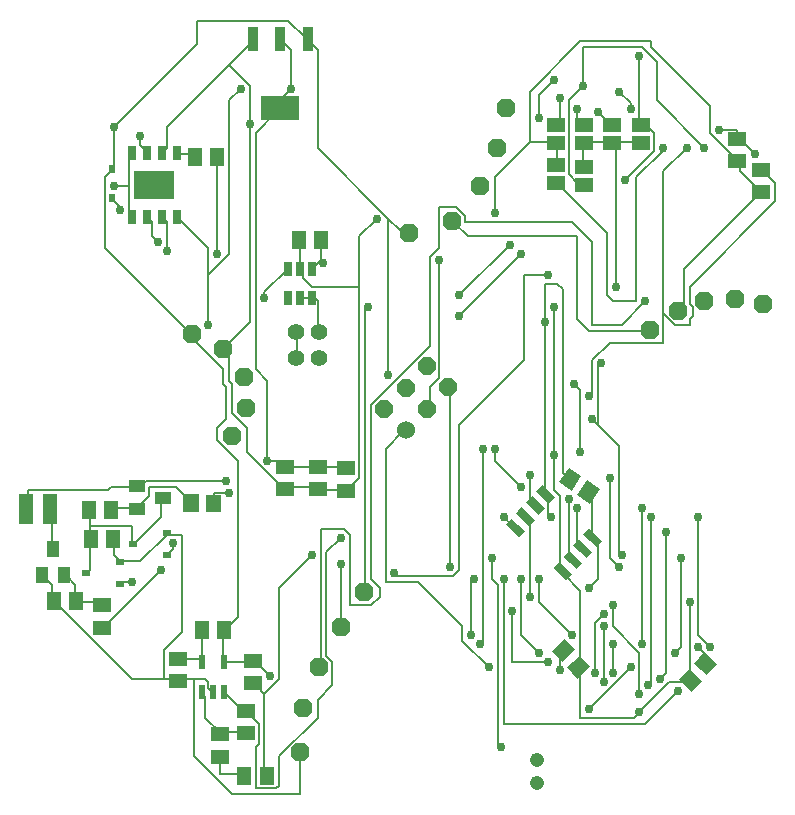
<source format=gbr>
G04 EAGLE Gerber RS-274X export*
G75*
%MOMM*%
%FSLAX34Y34*%
%LPD*%
%INBottom Copper*%
%IPPOS*%
%AMOC8*
5,1,8,0,0,1.08239X$1,22.5*%
G01*
%ADD10R,1.500000X1.300000*%
%ADD11R,1.300000X1.500000*%
%ADD12R,0.600000X0.800000*%
%ADD13R,0.700000X1.300000*%
%ADD14R,3.400000X2.400000*%
%ADD15R,1.525000X0.700000*%
%ADD16R,1.000000X1.400000*%
%ADD17R,1.300000X1.600000*%
%ADD18R,0.635000X1.270000*%
%ADD19R,0.950000X2.150000*%
%ADD20R,3.250000X2.150000*%
%ADD21R,0.700000X0.500000*%
%ADD22R,1.400000X1.000000*%
%ADD23C,1.524000*%
%ADD24P,1.649562X8X67.900000*%
%ADD25R,1.600200X1.168400*%
%ADD26R,1.270000X2.540000*%
%ADD27P,1.732040X8X22.500000*%
%ADD28R,0.550000X1.200000*%
%ADD29C,1.208000*%
%ADD30C,1.408000*%
%ADD31C,0.203200*%
%ADD32C,0.756400*%


D10*
X-115320Y-60220D03*
X-115320Y-79220D03*
D11*
G36*
X119515Y-225522D02*
X110901Y-215786D01*
X122135Y-205848D01*
X130749Y-215584D01*
X119515Y-225522D01*
G37*
G36*
X132105Y-239752D02*
X123491Y-230016D01*
X134725Y-220078D01*
X143339Y-229814D01*
X132105Y-239752D01*
G37*
D10*
X-87560Y-60160D03*
X-87560Y-79160D03*
D12*
X-261260Y192140D03*
X-261260Y167140D03*
D13*
X-232230Y150940D03*
X-244930Y150940D03*
X-219530Y150940D03*
X-206830Y150940D03*
X-232230Y205940D03*
X-244930Y205940D03*
X-219530Y205940D03*
X-206830Y205940D03*
D14*
X-225880Y178440D03*
D15*
G36*
X142296Y-112292D02*
X153575Y-122555D01*
X148864Y-127732D01*
X137585Y-117469D01*
X142296Y-112292D01*
G37*
G36*
X133748Y-121685D02*
X145027Y-131948D01*
X140316Y-137125D01*
X129037Y-126862D01*
X133748Y-121685D01*
G37*
G36*
X125201Y-131079D02*
X136480Y-141342D01*
X131769Y-146519D01*
X120490Y-136256D01*
X125201Y-131079D01*
G37*
G36*
X116654Y-140472D02*
X127933Y-150735D01*
X123222Y-155912D01*
X111943Y-145649D01*
X116654Y-140472D01*
G37*
G36*
X76536Y-103968D02*
X87815Y-114231D01*
X83104Y-119408D01*
X71825Y-109145D01*
X76536Y-103968D01*
G37*
G36*
X85084Y-94575D02*
X96363Y-104838D01*
X91652Y-110015D01*
X80373Y-99752D01*
X85084Y-94575D01*
G37*
G36*
X93631Y-85181D02*
X104910Y-95444D01*
X100199Y-100621D01*
X88920Y-90358D01*
X93631Y-85181D01*
G37*
G36*
X102178Y-75788D02*
X113457Y-86051D01*
X108746Y-91228D01*
X97467Y-80965D01*
X102178Y-75788D01*
G37*
D16*
X-311640Y-130080D03*
X-321140Y-152080D03*
X-302140Y-152080D03*
D17*
X-191400Y202100D03*
X-172400Y202100D03*
X-84200Y131580D03*
X-103200Y131580D03*
D11*
X-291720Y-173740D03*
X-310720Y-173740D03*
D10*
X-270180Y-196280D03*
X-270180Y-177280D03*
D11*
G36*
X238389Y-241131D02*
X229843Y-250927D01*
X218541Y-241067D01*
X227087Y-231271D01*
X238389Y-241131D01*
G37*
G36*
X250879Y-226813D02*
X242333Y-236609D01*
X231031Y-226749D01*
X239577Y-216953D01*
X250879Y-226813D01*
G37*
G36*
X127510Y-80678D02*
X116746Y-73390D01*
X125156Y-60970D01*
X135920Y-68258D01*
X127510Y-80678D01*
G37*
G36*
X143244Y-91330D02*
X132480Y-84042D01*
X140890Y-71622D01*
X151654Y-78910D01*
X143244Y-91330D01*
G37*
D18*
X-112360Y107700D03*
X-102360Y107700D03*
X-92360Y107700D03*
X-92360Y82700D03*
X-102360Y82700D03*
X-112360Y82700D03*
D19*
X-141980Y301740D03*
X-118980Y301740D03*
X-95980Y301740D03*
D20*
X-118980Y243740D03*
D21*
X-283320Y-150060D03*
X-254770Y-140560D03*
X-254770Y-159560D03*
X-243480Y-125280D03*
X-214930Y-115780D03*
X-214930Y-134780D03*
D22*
X-218700Y-86280D03*
X-240700Y-76780D03*
X-240700Y-95780D03*
D11*
X-262400Y-96780D03*
X-281400Y-96780D03*
G36*
X-182142Y-83632D02*
X-169143Y-83768D01*
X-169300Y-98766D01*
X-182299Y-98630D01*
X-182142Y-83632D01*
G37*
G36*
X-201141Y-83434D02*
X-188142Y-83570D01*
X-188299Y-98568D01*
X-201298Y-98432D01*
X-201141Y-83434D01*
G37*
D10*
X-63120Y-61220D03*
X-63120Y-80220D03*
D11*
X-279580Y-120880D03*
X-260580Y-120880D03*
D23*
X-12792Y-29003D03*
D24*
X5043Y-10917D03*
X22877Y7168D03*
X-30877Y-11168D03*
X-13043Y6917D03*
X4792Y25003D03*
D25*
X114000Y195620D03*
X114000Y180380D03*
X114000Y214380D03*
X114000Y229620D03*
X162000Y214380D03*
X162000Y229620D03*
X138000Y214380D03*
X138000Y229620D03*
X186000Y214380D03*
X186000Y229620D03*
X138000Y193620D03*
X138000Y178380D03*
D10*
X268000Y217500D03*
X268000Y198500D03*
X288000Y191500D03*
X288000Y172500D03*
D26*
X-334000Y-96000D03*
X-314000Y-96000D03*
D27*
X72000Y244000D03*
X64000Y210000D03*
X50000Y178000D03*
X-150000Y16000D03*
X-148000Y-10000D03*
X-160000Y-34000D03*
X-48000Y-166000D03*
X-68000Y-196000D03*
X-86000Y-230000D03*
X240000Y80000D03*
X266000Y82000D03*
X290000Y78000D03*
X-10000Y138000D03*
X-194000Y52000D03*
X-100000Y-264000D03*
X218000Y72000D03*
X26000Y148000D03*
X-168000Y40000D03*
X-102000Y-302000D03*
X194000Y56000D03*
D28*
X-166500Y-251001D03*
X-176000Y-251001D03*
X-185500Y-251001D03*
X-185500Y-224999D03*
X-166500Y-224999D03*
D29*
X98000Y-327500D03*
X98000Y-308500D03*
D11*
X-149500Y-322000D03*
X-130500Y-322000D03*
D10*
X-206000Y-222500D03*
X-206000Y-241500D03*
X-142000Y-224500D03*
X-142000Y-243500D03*
X-170000Y-305500D03*
X-170000Y-286500D03*
D11*
X-185500Y-198000D03*
X-166500Y-198000D03*
D10*
X-148000Y-285500D03*
X-148000Y-266500D03*
D30*
X-86000Y54000D03*
X-106000Y54000D03*
X-106000Y32000D03*
X-86000Y32000D03*
D31*
X112500Y-50000D02*
X112500Y-80000D01*
X117500Y-85000D01*
X117500Y-147500D01*
X119938Y-148192D01*
X135000Y-165000D02*
X135000Y-227500D01*
X135000Y-165000D02*
X120000Y-150000D01*
X135000Y-227500D02*
X133415Y-229915D01*
X120000Y-150000D02*
X119938Y-148192D01*
X210000Y-242500D02*
X227500Y-242500D01*
X185000Y-267500D02*
X180000Y-272500D01*
X185000Y-267500D02*
X210000Y-242500D01*
X180000Y-272500D02*
X135000Y-272500D01*
X135000Y-230000D01*
X227500Y-242500D02*
X228465Y-241099D01*
X135000Y-230000D02*
X133415Y-229915D01*
X227500Y-240000D02*
X227500Y-175000D01*
X227500Y-240000D02*
X228465Y-241099D01*
X40000Y135000D02*
X27500Y147500D01*
X40000Y135000D02*
X132500Y135000D01*
X132500Y65000D01*
X142500Y55000D01*
X192500Y55000D01*
X27500Y147500D02*
X26000Y148000D01*
X192500Y55000D02*
X194000Y56000D01*
X112500Y75000D02*
X112500Y-50000D01*
X-255000Y-140000D02*
X-260000Y-135000D01*
X-260000Y-122500D01*
X-255000Y-140000D02*
X-254770Y-140560D01*
X-260000Y-122500D02*
X-260580Y-120880D01*
X-237500Y-140000D02*
X-215000Y-117500D01*
X-237500Y-140000D02*
X-252500Y-140000D01*
X-215000Y-117500D02*
X-214930Y-115780D01*
X-252500Y-140000D02*
X-254770Y-140560D01*
X-312500Y-160000D02*
X-320000Y-152500D01*
X-312500Y-160000D02*
X-312500Y-172500D01*
X-320000Y-152500D02*
X-321140Y-152080D01*
X-312500Y-172500D02*
X-310720Y-173740D01*
X-180000Y-247500D02*
X-177500Y-250000D01*
X-180000Y-247500D02*
X-180000Y-242500D01*
X-182500Y-240000D01*
X-192500Y-240000D02*
X-205000Y-240000D01*
X-192500Y-240000D02*
X-182500Y-240000D01*
X-177500Y-250000D02*
X-176000Y-251001D01*
X-205000Y-240000D02*
X-206000Y-241500D01*
X-245000Y-240000D02*
X-310000Y-175000D01*
X-217500Y-240000D02*
X-207500Y-240000D01*
X-217500Y-240000D02*
X-245000Y-240000D01*
X-310000Y-175000D02*
X-310720Y-173740D01*
X-207500Y-240000D02*
X-206000Y-241500D01*
X-202500Y-117500D02*
X-212500Y-117500D01*
X-202500Y-117500D02*
X-202500Y-200000D01*
X-217500Y-215000D01*
X-217500Y-240000D01*
X-212500Y-117500D02*
X-214930Y-115780D01*
X-102500Y110000D02*
X-102500Y130000D01*
X-102500Y110000D02*
X-102360Y107700D01*
X-102500Y130000D02*
X-103200Y131580D01*
X-115000Y-77500D02*
X-90000Y-77500D01*
X-115000Y-77500D02*
X-115320Y-79220D01*
X-90000Y-77500D02*
X-87560Y-79160D01*
X-87500Y-80000D02*
X-65000Y-80000D01*
X-63120Y-80220D01*
X-87500Y-80000D02*
X-87560Y-79160D01*
X-100000Y100000D02*
X-100000Y107500D01*
X-100000Y100000D02*
X-92500Y92500D01*
X-52500Y92500D01*
X-52500Y-70000D01*
X-62500Y-80000D01*
X-100000Y107500D02*
X-102360Y107700D01*
X-62500Y-80000D02*
X-63120Y-80220D01*
X-217500Y207500D02*
X-215000Y210000D01*
X-215000Y227500D01*
X-162500Y280000D02*
X-142500Y300000D01*
X-162500Y280000D02*
X-215000Y227500D01*
X-217500Y207500D02*
X-219530Y205940D01*
X-142500Y300000D02*
X-141980Y301740D01*
X-162500Y280000D02*
X-145000Y262500D01*
X-145000Y230000D02*
X-145000Y62500D01*
X-145000Y230000D02*
X-145000Y262500D01*
X-162500Y45000D02*
X-167500Y40000D01*
X-162500Y45000D02*
X-145000Y62500D01*
X-167500Y40000D02*
X-168000Y40000D01*
X-147500Y-47500D02*
X-117500Y-77500D01*
X-147500Y-47500D02*
X-147500Y-27500D01*
X-160000Y-15000D01*
X-160000Y10000D01*
X-162500Y12500D01*
X-162500Y45000D01*
X-117500Y-77500D02*
X-115320Y-79220D01*
X-168000Y40000D02*
X-162500Y45000D01*
X-192500Y-240000D02*
X-192500Y-305000D01*
X-160000Y-337500D01*
X-102500Y-337500D01*
X-102500Y-302500D01*
X-102000Y-302000D01*
X-52500Y135000D02*
X-37500Y150000D01*
X-52500Y135000D02*
X-52500Y92500D01*
D32*
X112500Y-50000D03*
X227500Y-175000D03*
X185000Y-267500D03*
X112500Y75000D03*
X-145000Y230000D03*
X-37500Y150000D03*
D31*
X155000Y-185000D02*
X147500Y-192500D01*
X147500Y-235000D01*
D32*
X155000Y-185000D03*
X147500Y-235000D03*
D31*
X142500Y-265000D02*
X177500Y-230000D01*
X120000Y-217500D02*
X117500Y-220000D01*
X117500Y-232500D01*
X120000Y-217500D02*
X120825Y-215685D01*
D32*
X177500Y-230000D03*
X142500Y-265000D03*
X117500Y-232500D03*
D31*
X52500Y-207500D02*
X50000Y-210000D01*
X52500Y-207500D02*
X52500Y-45000D01*
D32*
X50000Y-210000D03*
X52500Y-45000D03*
D31*
X35000Y-207500D02*
X57500Y-230000D01*
X35000Y-207500D02*
X35000Y-195000D01*
X-2500Y-157500D01*
X-30000Y-157500D01*
X-30000Y-45000D01*
X-15000Y-30000D01*
X-12792Y-29003D01*
D32*
X57500Y-230000D03*
D31*
X162500Y-235000D02*
X162500Y-210000D01*
D32*
X162500Y-235000D03*
X162500Y-210000D03*
D31*
X155000Y-195000D02*
X155000Y-242500D01*
D32*
X155000Y-242500D03*
X155000Y-195000D03*
D31*
X185000Y-217500D02*
X185000Y-252500D01*
X185000Y-217500D02*
X162500Y-195000D01*
X162500Y-177500D01*
D32*
X185000Y-252500D03*
X162500Y-177500D03*
D31*
X107500Y-225000D02*
X77500Y-225000D01*
X77500Y-182500D01*
D32*
X107500Y-225000D03*
X77500Y-182500D03*
D31*
X92500Y-170000D02*
X92500Y-105000D01*
X90000Y-102500D01*
X88368Y-102295D01*
D32*
X92500Y-170000D03*
D31*
X-220000Y-147500D02*
X-270000Y-197500D01*
X-270180Y-196280D01*
D32*
X-220000Y-147500D03*
D31*
X85000Y-202500D02*
X100000Y-217500D01*
X85000Y-202500D02*
X85000Y-155000D01*
X25000Y-145000D02*
X25000Y5000D01*
X22877Y7168D01*
D32*
X100000Y-217500D03*
X85000Y-155000D03*
X25000Y-145000D03*
D31*
X70000Y-102500D02*
X77500Y-110000D01*
X79820Y-111688D01*
D32*
X70000Y-102500D03*
D31*
X132500Y-95000D02*
X132500Y-125000D01*
X135000Y-127500D01*
X137032Y-129405D01*
D32*
X132500Y-95000D03*
D31*
X195000Y-242500D02*
X192500Y-245000D01*
X195000Y-242500D02*
X195000Y-102500D01*
D32*
X192500Y-245000D03*
X195000Y-102500D03*
D31*
X207500Y-235000D02*
X202500Y-240000D01*
X207500Y-235000D02*
X207500Y-115000D01*
D32*
X202500Y-240000D03*
X207500Y-115000D03*
D31*
X235000Y-202500D02*
X245000Y-212500D01*
X235000Y-202500D02*
X235000Y-102500D01*
D32*
X245000Y-212500D03*
X235000Y-102500D03*
D31*
X187500Y-95000D02*
X187500Y-210000D01*
D32*
X187500Y-210000D03*
X187500Y-95000D03*
D31*
X85000Y-77500D02*
X62500Y-55000D01*
X62500Y-45000D01*
X-162500Y-82500D02*
X-175000Y-82500D01*
X-175000Y-90000D01*
X-175721Y-91199D01*
D32*
X85000Y-77500D03*
X62500Y-45000D03*
X-162500Y-82500D03*
D31*
X160000Y-137500D02*
X167500Y-145000D01*
X160000Y-137500D02*
X160000Y-70000D01*
D32*
X167500Y-145000D03*
X160000Y-70000D03*
D31*
X135000Y5000D02*
X130000Y10000D01*
X135000Y5000D02*
X135000Y-47500D01*
D32*
X130000Y10000D03*
X135000Y-47500D03*
D31*
X167500Y-132500D02*
X170000Y-135000D01*
X167500Y-132500D02*
X167500Y-42500D01*
X150000Y-25000D02*
X145000Y-20000D01*
X150000Y-25000D02*
X167500Y-42500D01*
X150000Y25000D02*
X152500Y27500D01*
X150000Y25000D02*
X150000Y-25000D01*
D32*
X170000Y-135000D03*
X145000Y-20000D03*
X152500Y27500D03*
D31*
X205000Y190000D02*
X225000Y210000D01*
X205000Y190000D02*
X205000Y70000D01*
X215000Y60000D01*
X227500Y60000D01*
X227500Y65000D01*
X230000Y67500D01*
X230000Y75000D01*
X227500Y77500D01*
X227500Y92500D01*
X300000Y165000D01*
X300000Y180000D01*
X290000Y190000D01*
X288000Y191500D01*
X145000Y2500D02*
X142500Y0D01*
X145000Y2500D02*
X145000Y30000D01*
X160000Y45000D01*
X205000Y45000D01*
X205000Y70000D01*
D32*
X225000Y210000D03*
X142500Y0D03*
D31*
X252500Y225000D02*
X267500Y225000D01*
X267500Y217500D01*
X268000Y217500D01*
X270000Y217500D02*
X282500Y205000D01*
X270000Y217500D02*
X268000Y217500D01*
D32*
X252500Y225000D03*
X282500Y205000D03*
D31*
X92500Y-67500D02*
X92500Y-90000D01*
X95000Y-92500D01*
X96915Y-92901D01*
D32*
X92500Y-67500D03*
D31*
X220000Y-212500D02*
X215000Y-217500D01*
X220000Y-212500D02*
X220000Y-137500D01*
X125000Y-70000D02*
X120000Y-65000D01*
X120000Y90000D01*
X115000Y95000D01*
X105000Y95000D01*
X105000Y62500D02*
X105000Y-82500D01*
X105000Y62500D02*
X105000Y95000D01*
X125000Y-70000D02*
X126333Y-70824D01*
X105000Y-82500D02*
X105462Y-83508D01*
X107500Y-100000D02*
X110000Y-102500D01*
X107500Y-100000D02*
X107500Y-85000D01*
X105462Y-83508D01*
X-242500Y-77500D02*
X-262500Y-77500D01*
X-265000Y-80000D01*
X-332500Y-80000D01*
X-332500Y-95000D01*
X-242500Y-77500D02*
X-240700Y-76780D01*
X-332500Y-95000D02*
X-334000Y-96000D01*
X-117500Y252500D02*
X-110000Y260000D01*
X-117500Y252500D02*
X-117500Y245000D01*
X-118980Y243740D01*
X-110000Y292500D02*
X-117500Y300000D01*
X-110000Y292500D02*
X-110000Y260000D01*
X-117500Y300000D02*
X-118980Y301740D01*
X-115000Y-60000D02*
X-90000Y-60000D01*
X-115000Y-60000D02*
X-115320Y-60220D01*
X-90000Y-60000D02*
X-87560Y-60160D01*
X-87500Y-60000D02*
X-65000Y-60000D01*
X-63120Y-61220D01*
X-87500Y-60000D02*
X-87560Y-60160D01*
X-117500Y-55000D02*
X-130000Y-55000D01*
X-117500Y-55000D02*
X-117500Y-60000D01*
X-115320Y-60220D01*
X-140000Y222500D02*
X-120000Y242500D01*
X-140000Y222500D02*
X-140000Y22500D01*
X-130000Y12500D01*
X-130000Y-55000D01*
X-120000Y242500D02*
X-118980Y243740D01*
X-235000Y-75000D02*
X-240000Y-75000D01*
X-235000Y-75000D02*
X-232500Y-72500D01*
X-165000Y-72500D01*
X-240000Y-75000D02*
X-240700Y-76780D01*
D32*
X215000Y-217500D03*
X220000Y-137500D03*
X110000Y-102500D03*
X-110000Y260000D03*
X-130000Y-55000D03*
X-165000Y-72500D03*
X105000Y62500D03*
D31*
X-245000Y-157500D02*
X-252500Y-157500D01*
X-254770Y-159560D01*
X190000Y-277500D02*
X217500Y-250000D01*
X190000Y-277500D02*
X70000Y-277500D01*
X70000Y-155000D01*
X45000Y-155000D02*
X42500Y-157500D01*
X42500Y-202500D01*
D32*
X-245000Y-157500D03*
X217500Y-250000D03*
X70000Y-155000D03*
X45000Y-155000D03*
X42500Y-202500D03*
D31*
X235000Y-212500D02*
X240000Y-217500D01*
X240000Y-225000D01*
X240955Y-226781D01*
D32*
X235000Y-212500D03*
D31*
X-292500Y-160000D02*
X-300000Y-152500D01*
X-292500Y-160000D02*
X-292500Y-172500D01*
X-300000Y-152500D02*
X-302140Y-152080D01*
X-292500Y-172500D02*
X-291720Y-173740D01*
X-290000Y-175000D02*
X-272500Y-175000D01*
X-270180Y-177280D01*
X-290000Y-175000D02*
X-291720Y-173740D01*
X-312500Y-130000D02*
X-312500Y-97500D01*
X-312500Y-130000D02*
X-311640Y-130080D01*
X-312500Y-97500D02*
X-314000Y-96000D01*
X137500Y195000D02*
X137500Y212500D01*
X137500Y195000D02*
X138000Y193620D01*
X137500Y212500D02*
X138000Y214380D01*
X140000Y215000D02*
X160000Y215000D01*
X162000Y214380D01*
X140000Y215000D02*
X138000Y214380D01*
X162500Y215000D02*
X185000Y215000D01*
X186000Y214380D01*
X162500Y215000D02*
X162000Y214380D01*
X115000Y212500D02*
X115000Y197500D01*
X114000Y195620D01*
X115000Y212500D02*
X114000Y214380D01*
X270000Y190000D02*
X287500Y172500D01*
X270000Y190000D02*
X270000Y197500D01*
X268000Y198500D01*
X112500Y215000D02*
X92500Y215000D01*
X92500Y257500D01*
X135000Y300000D01*
X195000Y300000D01*
X195000Y295000D01*
X245000Y245000D01*
X245000Y222500D01*
X267500Y200000D01*
X114000Y214380D02*
X112500Y215000D01*
X267500Y200000D02*
X268000Y198500D01*
X222500Y75000D02*
X220000Y72500D01*
X222500Y75000D02*
X222500Y107500D01*
X287500Y172500D01*
X220000Y72500D02*
X218000Y72000D01*
X287500Y172500D02*
X288000Y172500D01*
X165000Y210000D02*
X162500Y212500D01*
X165000Y210000D02*
X165000Y92500D01*
X162500Y212500D02*
X162000Y214380D01*
X-87500Y292500D02*
X-95000Y300000D01*
X-87500Y292500D02*
X-87500Y210000D01*
X-27500Y150000D02*
X-17500Y140000D01*
X-27500Y150000D02*
X-87500Y210000D01*
X-17500Y140000D02*
X-10000Y140000D01*
X-95000Y300000D02*
X-95980Y301740D01*
X-10000Y140000D02*
X-10000Y138000D01*
X-27500Y150000D02*
X-27500Y17500D01*
X-142500Y-225000D02*
X-165000Y-225000D01*
X-166500Y-224999D01*
X-142500Y-225000D02*
X-142000Y-224500D01*
X-167500Y-222500D02*
X-167500Y-200000D01*
X-166500Y-198000D01*
X-167500Y-222500D02*
X-166500Y-224999D01*
X-140000Y-225000D02*
X-127500Y-237500D01*
X-140000Y-225000D02*
X-142000Y-224500D01*
X-267500Y185000D02*
X-262500Y190000D01*
X-267500Y185000D02*
X-267500Y125000D01*
X-195000Y52500D01*
X-262500Y190000D02*
X-261260Y192140D01*
X-195000Y52500D02*
X-194000Y52000D01*
X-260000Y192500D02*
X-260000Y227500D01*
X-260000Y192500D02*
X-261260Y192140D01*
X-155000Y-187500D02*
X-165000Y-197500D01*
X-155000Y-187500D02*
X-155000Y-55000D01*
X-172500Y-37500D01*
X-172500Y-27500D01*
X-165000Y-20000D01*
X-165000Y7500D01*
X-167500Y10000D01*
X-167500Y22500D01*
X-192500Y47500D01*
X-192500Y50000D01*
X-165000Y-197500D02*
X-166500Y-198000D01*
X-192500Y50000D02*
X-194000Y52000D01*
X-97500Y302500D02*
X-112500Y317500D01*
X-190000Y317500D01*
X-190000Y297500D01*
X-260000Y227500D01*
X-97500Y302500D02*
X-95980Y301740D01*
X62500Y185000D02*
X92500Y215000D01*
X62500Y185000D02*
X62500Y155000D01*
D32*
X165000Y92500D03*
X-27500Y17500D03*
X-127500Y-237500D03*
X-260000Y227500D03*
X62500Y155000D03*
D31*
X-210000Y-130000D02*
X-212500Y-132500D01*
X-210000Y-130000D02*
X-210000Y-125000D01*
X-212500Y-132500D02*
X-214930Y-134780D01*
X100000Y-175000D02*
X127500Y-202500D01*
X100000Y-175000D02*
X100000Y-155000D01*
D32*
X-210000Y-125000D03*
X127500Y-202500D03*
X100000Y-155000D03*
D31*
X-192500Y205000D02*
X-205000Y205000D01*
X-192500Y205000D02*
X-192500Y202500D01*
X-205000Y205000D02*
X-206830Y205940D01*
X-192500Y202500D02*
X-191400Y202100D01*
X-217500Y150000D02*
X-215000Y147500D01*
X-215000Y122500D01*
X-217500Y150000D02*
X-219530Y150940D01*
D32*
X-215000Y122500D03*
D31*
X-227500Y147500D02*
X-230000Y150000D01*
X-227500Y147500D02*
X-227500Y135000D01*
X-222500Y130000D01*
X-230000Y150000D02*
X-232230Y150940D01*
D32*
X-222500Y130000D03*
D31*
X-172500Y120000D02*
X-172500Y200000D01*
X15000Y115000D02*
X15000Y15000D01*
X7500Y7500D01*
X7500Y-10000D01*
X-172500Y200000D02*
X-172400Y202100D01*
X5043Y-10917D02*
X7500Y-10000D01*
D32*
X-172500Y120000D03*
X15000Y115000D03*
D31*
X-180000Y125000D02*
X-205000Y150000D01*
X-180000Y102500D02*
X-180000Y60000D01*
X-180000Y102500D02*
X-180000Y125000D01*
X-205000Y150000D02*
X-206830Y150940D01*
X-162500Y250000D02*
X-152500Y260000D01*
X-162500Y250000D02*
X-162500Y120000D01*
X-180000Y102500D01*
X-105000Y52500D02*
X-105000Y32500D01*
X-106000Y32000D01*
X-105000Y52500D02*
X-106000Y54000D01*
D32*
X-180000Y60000D03*
X-152500Y260000D03*
D31*
X-255000Y160000D02*
X-260000Y165000D01*
X-255000Y160000D02*
X-255000Y157500D01*
X-260000Y165000D02*
X-261260Y167140D01*
X-132500Y87500D02*
X-112500Y107500D01*
X-132500Y87500D02*
X-132500Y82500D01*
X-112500Y107500D02*
X-112360Y107700D01*
D32*
X-255000Y157500D03*
X-132500Y82500D03*
D31*
X-90000Y110000D02*
X-85000Y115000D01*
X-85000Y130000D01*
X-90000Y110000D02*
X-92360Y107700D01*
X-85000Y130000D02*
X-84200Y131580D01*
X-85000Y115000D02*
X-82500Y112500D01*
D32*
X-82500Y112500D03*
D31*
X-232500Y207500D02*
X-237500Y212500D01*
X-237500Y220000D01*
X-232500Y207500D02*
X-232230Y205940D01*
D32*
X-237500Y220000D03*
D31*
X-280000Y-147500D02*
X-282500Y-150000D01*
X-280000Y-147500D02*
X-280000Y-122500D01*
X-282500Y-150000D02*
X-283320Y-150060D01*
X-280000Y-122500D02*
X-279580Y-120880D01*
X-280000Y-120000D02*
X-280000Y-110000D01*
X-280000Y-97500D01*
X-281400Y-96780D01*
X-280000Y-120000D02*
X-279580Y-120880D01*
X-242500Y-125000D02*
X-220000Y-102500D01*
X-220000Y-87500D01*
X-242500Y-125000D02*
X-243480Y-125280D01*
X-220000Y-87500D02*
X-218700Y-86280D01*
X-245000Y-110000D02*
X-280000Y-110000D01*
X-245000Y-110000D02*
X-245000Y-125000D01*
X-243480Y-125280D01*
X-242500Y-95000D02*
X-260000Y-95000D01*
X-242500Y-95000D02*
X-240700Y-95780D01*
X-260000Y-95000D02*
X-262400Y-96780D01*
X-207500Y-77500D02*
X-195000Y-90000D01*
X-207500Y-77500D02*
X-230000Y-77500D01*
X-230000Y-85000D01*
X-240000Y-95000D01*
X-195000Y-90000D02*
X-194720Y-91001D01*
X-240000Y-95000D02*
X-240700Y-95780D01*
X167500Y257500D02*
X177500Y247500D01*
X177500Y242500D01*
X115000Y180000D02*
X157500Y137500D01*
X157500Y85000D01*
X162500Y80000D01*
X182500Y80000D01*
X182500Y185000D01*
X205000Y207500D01*
X205000Y210000D01*
X115000Y180000D02*
X114000Y180380D01*
D32*
X167500Y257500D03*
X177500Y242500D03*
X205000Y210000D03*
D31*
X117500Y232500D02*
X115000Y230000D01*
X117500Y232500D02*
X117500Y252500D01*
X115000Y230000D02*
X114000Y229620D01*
D32*
X117500Y252500D03*
D31*
X112500Y267500D02*
X100000Y255000D01*
X100000Y235000D01*
X150000Y240000D02*
X160000Y230000D01*
X162000Y229620D01*
D32*
X112500Y267500D03*
X100000Y235000D03*
X150000Y240000D03*
D31*
X137500Y230000D02*
X132500Y235000D01*
X132500Y242500D01*
X137500Y230000D02*
X138000Y229620D01*
D32*
X132500Y242500D03*
D31*
X185000Y235000D02*
X185000Y230000D01*
X185000Y235000D02*
X185000Y287500D01*
X185000Y230000D02*
X186000Y229620D01*
X197500Y207500D02*
X172500Y182500D01*
X197500Y207500D02*
X197500Y222500D01*
X185000Y235000D01*
X186000Y229620D01*
D32*
X185000Y287500D03*
X172500Y182500D03*
D31*
X125000Y250000D02*
X137500Y262500D01*
X125000Y250000D02*
X125000Y187500D01*
X132500Y180000D01*
X137500Y180000D01*
X138000Y178380D01*
X200000Y250000D02*
X240000Y210000D01*
X200000Y250000D02*
X200000Y282500D01*
X187500Y295000D01*
X137500Y295000D01*
X137500Y262500D01*
D32*
X137500Y262500D03*
X240000Y210000D03*
D31*
X75000Y127500D02*
X32500Y85000D01*
D32*
X75000Y127500D03*
X32500Y85000D03*
D31*
X32500Y67500D02*
X85000Y120000D01*
D32*
X85000Y120000D03*
X32500Y67500D03*
D31*
X-45000Y75000D02*
X-47500Y72500D01*
X-47500Y-165000D01*
X-48000Y-166000D01*
D32*
X-45000Y75000D03*
D31*
X87500Y102500D02*
X107500Y102500D01*
X87500Y102500D02*
X87500Y30000D01*
X32500Y-25000D01*
X32500Y-147500D01*
X27500Y-152500D01*
X-22500Y-152500D01*
X-22500Y-150000D01*
X-67500Y-142500D02*
X-67500Y-195000D01*
X-68000Y-196000D01*
D32*
X107500Y102500D03*
X-22500Y-150000D03*
X-67500Y-142500D03*
D31*
X170000Y60000D02*
X190000Y80000D01*
X170000Y60000D02*
X145000Y60000D01*
X145000Y130000D01*
X127500Y147500D01*
X37500Y147500D01*
X37500Y152500D01*
X30000Y160000D01*
X15000Y160000D01*
X15000Y125000D01*
X7500Y117500D01*
X7500Y42500D01*
X-42500Y-7500D01*
X-42500Y-155000D01*
X-35000Y-162500D01*
X-35000Y-170000D01*
X-42500Y-177500D01*
X-60000Y-177500D01*
X-60000Y-117500D01*
X-65000Y-112500D01*
X-85000Y-112500D01*
X-85000Y-230000D01*
X-86000Y-230000D01*
D32*
X190000Y80000D03*
D31*
X150000Y-155000D02*
X142500Y-162500D01*
X150000Y-155000D02*
X150000Y-125000D01*
X147500Y-122500D01*
X145580Y-120012D01*
X145000Y-85000D02*
X142500Y-82500D01*
X145000Y-85000D02*
X145000Y-120000D01*
X142500Y-82500D02*
X142067Y-81476D01*
X145000Y-120000D02*
X145580Y-120012D01*
D32*
X142500Y-162500D03*
D31*
X125000Y-135000D02*
X125000Y-87500D01*
X125000Y-135000D02*
X127500Y-137500D01*
X128485Y-138799D01*
D32*
X125000Y-87500D03*
D31*
X-245000Y152500D02*
X-247500Y155000D01*
X-247500Y177500D02*
X-247500Y202500D01*
X-247500Y177500D02*
X-247500Y155000D01*
X-247500Y202500D02*
X-245000Y205000D01*
X-245000Y152500D02*
X-244930Y150940D01*
X-245000Y205000D02*
X-244930Y205940D01*
X-247500Y177500D02*
X-260000Y177500D01*
D32*
X-260000Y177500D03*
D31*
X-140000Y-245000D02*
X-132500Y-252500D01*
X-132500Y-320000D01*
X-140000Y-245000D02*
X-142000Y-243500D01*
X-132500Y-320000D02*
X-130500Y-322000D01*
X65000Y-295000D02*
X67500Y-297500D01*
X65000Y-295000D02*
X65000Y-160000D01*
X60000Y-155000D01*
X60000Y-137500D01*
X-92500Y-135000D02*
X-120000Y-162500D01*
X-120000Y-240000D01*
X-132500Y-252500D01*
D32*
X67500Y-297500D03*
X60000Y-137500D03*
X-92500Y-135000D03*
D31*
X-150000Y-320000D02*
X-170000Y-320000D01*
X-170000Y-305500D01*
X-150000Y-320000D02*
X-149500Y-322000D01*
X-182500Y-255000D02*
X-185000Y-252500D01*
X-182500Y-255000D02*
X-182500Y-272500D01*
X-170000Y-285000D01*
X-185000Y-252500D02*
X-185500Y-251001D01*
X-170000Y-285000D02*
X-150000Y-285000D01*
X-148000Y-285500D01*
X-170000Y-285000D02*
X-170000Y-286500D01*
X-187500Y-222500D02*
X-206000Y-222500D01*
X-187500Y-222500D02*
X-185500Y-224999D01*
X-185000Y-222500D02*
X-185000Y-200000D01*
X-185500Y-198000D01*
X-185000Y-222500D02*
X-185500Y-224999D01*
X-165000Y-252500D02*
X-150000Y-267500D01*
X-165000Y-252500D02*
X-166500Y-251001D01*
X-150000Y-267500D02*
X-148000Y-266500D01*
X-80000Y-132500D02*
X-67500Y-120000D01*
X-80000Y-132500D02*
X-80000Y-220000D01*
X-75000Y-225000D01*
X-75000Y-245000D01*
X-87500Y-257500D01*
X-87500Y-272500D01*
X-120000Y-305000D01*
X-120000Y-330000D01*
X-122500Y-332500D01*
X-140000Y-332500D01*
X-140000Y-297500D01*
X-137500Y-295000D01*
X-137500Y-277500D01*
X-147500Y-267500D01*
X-148000Y-266500D01*
D32*
X-67500Y-120000D03*
D31*
X-92500Y82500D02*
X-100000Y82500D01*
X-102360Y82700D01*
X-92500Y82500D02*
X-92360Y82700D01*
X-90000Y82500D02*
X-87500Y80000D01*
X-87500Y55000D01*
X-90000Y82500D02*
X-92360Y82700D01*
X-87500Y55000D02*
X-86000Y54000D01*
M02*

</source>
